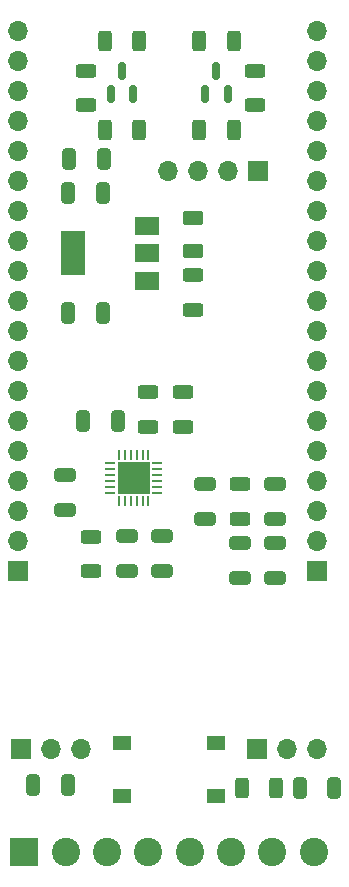
<source format=gbs>
G04 #@! TF.GenerationSoftware,KiCad,Pcbnew,(6.0.1-0)*
G04 #@! TF.CreationDate,2022-02-14T15:17:06-08:00*
G04 #@! TF.ProjectId,lamp,6c616d70-2e6b-4696-9361-645f70636258,rev?*
G04 #@! TF.SameCoordinates,Original*
G04 #@! TF.FileFunction,Soldermask,Bot*
G04 #@! TF.FilePolarity,Negative*
%FSLAX46Y46*%
G04 Gerber Fmt 4.6, Leading zero omitted, Abs format (unit mm)*
G04 Created by KiCad (PCBNEW (6.0.1-0)) date 2022-02-14 15:17:06*
%MOMM*%
%LPD*%
G01*
G04 APERTURE LIST*
G04 Aperture macros list*
%AMRoundRect*
0 Rectangle with rounded corners*
0 $1 Rounding radius*
0 $2 $3 $4 $5 $6 $7 $8 $9 X,Y pos of 4 corners*
0 Add a 4 corners polygon primitive as box body*
4,1,4,$2,$3,$4,$5,$6,$7,$8,$9,$2,$3,0*
0 Add four circle primitives for the rounded corners*
1,1,$1+$1,$2,$3*
1,1,$1+$1,$4,$5*
1,1,$1+$1,$6,$7*
1,1,$1+$1,$8,$9*
0 Add four rect primitives between the rounded corners*
20,1,$1+$1,$2,$3,$4,$5,0*
20,1,$1+$1,$4,$5,$6,$7,0*
20,1,$1+$1,$6,$7,$8,$9,0*
20,1,$1+$1,$8,$9,$2,$3,0*%
G04 Aperture macros list end*
%ADD10R,2.400000X2.400000*%
%ADD11C,2.400000*%
%ADD12R,1.700000X1.700000*%
%ADD13O,1.700000X1.700000*%
%ADD14RoundRect,0.250000X0.650000X-0.325000X0.650000X0.325000X-0.650000X0.325000X-0.650000X-0.325000X0*%
%ADD15R,1.550000X1.300000*%
%ADD16RoundRect,0.062500X0.350000X0.062500X-0.350000X0.062500X-0.350000X-0.062500X0.350000X-0.062500X0*%
%ADD17RoundRect,0.062500X0.062500X0.350000X-0.062500X0.350000X-0.062500X-0.350000X0.062500X-0.350000X0*%
%ADD18R,2.700000X2.700000*%
%ADD19RoundRect,0.250000X0.325000X0.650000X-0.325000X0.650000X-0.325000X-0.650000X0.325000X-0.650000X0*%
%ADD20RoundRect,0.250000X-0.625000X0.312500X-0.625000X-0.312500X0.625000X-0.312500X0.625000X0.312500X0*%
%ADD21RoundRect,0.250000X-0.650000X0.325000X-0.650000X-0.325000X0.650000X-0.325000X0.650000X0.325000X0*%
%ADD22RoundRect,0.250000X-0.312500X-0.625000X0.312500X-0.625000X0.312500X0.625000X-0.312500X0.625000X0*%
%ADD23RoundRect,0.250000X0.625000X-0.312500X0.625000X0.312500X-0.625000X0.312500X-0.625000X-0.312500X0*%
%ADD24RoundRect,0.250000X-0.325000X-0.650000X0.325000X-0.650000X0.325000X0.650000X-0.325000X0.650000X0*%
%ADD25RoundRect,0.150000X0.150000X-0.587500X0.150000X0.587500X-0.150000X0.587500X-0.150000X-0.587500X0*%
%ADD26R,2.000000X1.500000*%
%ADD27R,2.000000X3.800000*%
%ADD28RoundRect,0.250000X-0.625000X0.375000X-0.625000X-0.375000X0.625000X-0.375000X0.625000X0.375000X0*%
%ADD29RoundRect,0.250000X0.312500X0.625000X-0.312500X0.625000X-0.312500X-0.625000X0.312500X-0.625000X0*%
G04 APERTURE END LIST*
D10*
G04 #@! TO.C,J8*
X137750000Y-116656150D03*
D11*
X141250000Y-116656150D03*
X144750000Y-116656150D03*
X148250000Y-116656150D03*
X151750000Y-116656150D03*
X155250000Y-116656150D03*
X158750000Y-116656150D03*
X162250000Y-116656150D03*
G04 #@! TD*
D12*
G04 #@! TO.C,J3*
X137475000Y-108000000D03*
D13*
X140015000Y-108000000D03*
X142555000Y-108000000D03*
G04 #@! TD*
D12*
G04 #@! TO.C,J1*
X157475000Y-108000000D03*
D13*
X160015000Y-108000000D03*
X162555000Y-108000000D03*
G04 #@! TD*
D14*
G04 #@! TO.C,C2*
X156000000Y-93475000D03*
X156000000Y-90525000D03*
G04 #@! TD*
D15*
G04 #@! TO.C,SW1*
X153998375Y-111945362D03*
X146038375Y-111945362D03*
X146038375Y-107445362D03*
X153998375Y-107445362D03*
G04 #@! TD*
D16*
G04 #@! TO.C,U17*
X148962500Y-83750000D03*
X148962500Y-84250000D03*
X148962500Y-84750000D03*
X148962500Y-85250000D03*
X148962500Y-85750000D03*
X148962500Y-86250000D03*
D17*
X148250000Y-86962500D03*
X147750000Y-86962500D03*
X147250000Y-86962500D03*
X146750000Y-86962500D03*
X146250000Y-86962500D03*
X145750000Y-86962500D03*
D16*
X145037500Y-86250000D03*
X145037500Y-85750000D03*
X145037500Y-85250000D03*
X145037500Y-84750000D03*
X145037500Y-84250000D03*
X145037500Y-83750000D03*
D17*
X145750000Y-83037500D03*
X146250000Y-83037500D03*
X146750000Y-83037500D03*
X147250000Y-83037500D03*
X147750000Y-83037500D03*
X148250000Y-83037500D03*
D18*
X147000000Y-85000000D03*
G04 #@! TD*
D19*
G04 #@! TO.C,C9*
X164001135Y-111269116D03*
X161051135Y-111269116D03*
G04 #@! TD*
D12*
G04 #@! TO.C,J4*
X162560000Y-92850000D03*
D13*
X162560000Y-90310000D03*
X162560000Y-87770000D03*
X162560000Y-85230000D03*
X162560000Y-82690000D03*
X162560000Y-80150000D03*
X162560000Y-77610000D03*
X162560000Y-75070000D03*
X162560000Y-72530000D03*
X162560000Y-69990000D03*
X162560000Y-67450000D03*
X162560000Y-64910000D03*
X162560000Y-62370000D03*
X162560000Y-59830000D03*
X162560000Y-57290000D03*
X162560000Y-54750000D03*
X162560000Y-52210000D03*
X162560000Y-49670000D03*
X162560000Y-47130000D03*
G04 #@! TD*
D14*
G04 #@! TO.C,C6*
X153000000Y-88475000D03*
X153000000Y-85525000D03*
G04 #@! TD*
D20*
G04 #@! TO.C,R1*
X156000000Y-85537500D03*
X156000000Y-88462500D03*
G04 #@! TD*
D21*
G04 #@! TO.C,C25*
X146400000Y-89970000D03*
X146400000Y-92920000D03*
G04 #@! TD*
D14*
G04 #@! TO.C,C3*
X159000000Y-93475000D03*
X159000000Y-90525000D03*
G04 #@! TD*
G04 #@! TO.C,C1*
X159000000Y-88475000D03*
X159000000Y-85525000D03*
G04 #@! TD*
D22*
G04 #@! TO.C,R14*
X156159960Y-111269116D03*
X159084960Y-111269116D03*
G04 #@! TD*
D23*
G04 #@! TO.C,R2*
X152000000Y-70787500D03*
X152000000Y-67862500D03*
G04 #@! TD*
D12*
G04 #@! TO.C,J2*
X157540000Y-59000000D03*
D13*
X155000000Y-59000000D03*
X152460000Y-59000000D03*
X149920000Y-59000000D03*
G04 #@! TD*
D22*
G04 #@! TO.C,R6*
X144537500Y-48000000D03*
X147462500Y-48000000D03*
G04 #@! TD*
D19*
G04 #@! TO.C,C8*
X141454774Y-111000000D03*
X138504774Y-111000000D03*
G04 #@! TD*
D24*
G04 #@! TO.C,C7*
X141525000Y-58000000D03*
X144475000Y-58000000D03*
G04 #@! TD*
D25*
G04 #@! TO.C,Q2*
X154950000Y-52475000D03*
X153050000Y-52475000D03*
X154000000Y-50600000D03*
G04 #@! TD*
D26*
G04 #@! TO.C,U2*
X148150000Y-63700000D03*
X148150000Y-66000000D03*
D27*
X141850000Y-66000000D03*
D26*
X148150000Y-68300000D03*
G04 #@! TD*
D20*
G04 #@! TO.C,R26*
X151200000Y-77757500D03*
X151200000Y-80682500D03*
G04 #@! TD*
D24*
G04 #@! TO.C,C5*
X141440418Y-60879812D03*
X144390418Y-60879812D03*
G04 #@! TD*
D22*
G04 #@! TO.C,R7*
X152537500Y-48000000D03*
X155462500Y-48000000D03*
G04 #@! TD*
D23*
G04 #@! TO.C,R8*
X143000000Y-53462500D03*
X143000000Y-50537500D03*
G04 #@! TD*
D20*
G04 #@! TO.C,R25*
X148200000Y-77757500D03*
X148200000Y-80682500D03*
G04 #@! TD*
D23*
G04 #@! TO.C,R9*
X157250000Y-53462500D03*
X157250000Y-50537500D03*
G04 #@! TD*
D25*
G04 #@! TO.C,Q1*
X146950000Y-52475000D03*
X145050000Y-52475000D03*
X146000000Y-50600000D03*
G04 #@! TD*
D28*
G04 #@! TO.C,D1*
X152000000Y-62982500D03*
X152000000Y-65782500D03*
G04 #@! TD*
D19*
G04 #@! TO.C,C4*
X144390418Y-71039812D03*
X141440418Y-71039812D03*
G04 #@! TD*
D21*
G04 #@! TO.C,C23*
X141200000Y-84745000D03*
X141200000Y-87695000D03*
G04 #@! TD*
D20*
G04 #@! TO.C,R27*
X143400000Y-89982500D03*
X143400000Y-92907500D03*
G04 #@! TD*
D29*
G04 #@! TO.C,R5*
X155462500Y-55537500D03*
X152537500Y-55537500D03*
G04 #@! TD*
D14*
G04 #@! TO.C,C24*
X149400000Y-92920000D03*
X149400000Y-89970000D03*
G04 #@! TD*
D19*
G04 #@! TO.C,C26*
X145675000Y-80220000D03*
X142725000Y-80220000D03*
G04 #@! TD*
D29*
G04 #@! TO.C,R4*
X147462500Y-55537500D03*
X144537500Y-55537500D03*
G04 #@! TD*
D12*
G04 #@! TO.C,J5*
X137239556Y-92850000D03*
D13*
X137239556Y-90310000D03*
X137239556Y-87770000D03*
X137239556Y-85230000D03*
X137239556Y-82690000D03*
X137239556Y-80150000D03*
X137239556Y-77610000D03*
X137239556Y-75070000D03*
X137239556Y-72530000D03*
X137239556Y-69990000D03*
X137239556Y-67450000D03*
X137239556Y-64910000D03*
X137239556Y-62370000D03*
X137239556Y-59830000D03*
X137239556Y-57290000D03*
X137239556Y-54750000D03*
X137239556Y-52210000D03*
X137239556Y-49670000D03*
X137239556Y-47130000D03*
G04 #@! TD*
M02*

</source>
